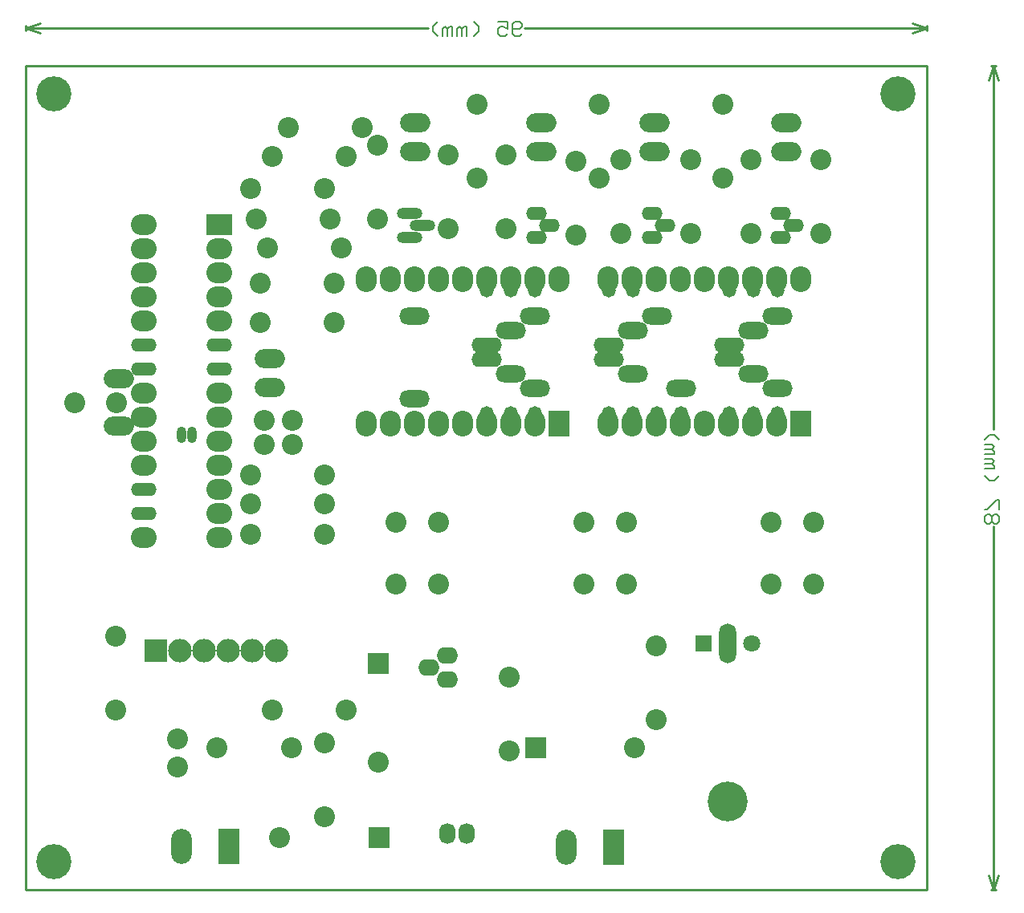
<source format=gbs>
%FSLAX25Y25*%
%MOIN*%
G70*
G01*
G75*
G04 Layer_Color=16711935*
%ADD10C,0.03937*%
%ADD11C,0.01969*%
%ADD12C,0.01000*%
%ADD13C,0.00600*%
%ADD14O,0.03150X0.05906*%
%ADD15C,0.15748*%
%ADD16R,0.06299X0.06299*%
%ADD17O,0.06299X0.15748*%
%ADD18C,0.06299*%
%ADD19O,0.07874X0.04724*%
%ADD20O,0.09843X0.03937*%
%ADD21C,0.07874*%
%ADD22O,0.11811X0.07087*%
%ADD23R,0.09843X0.07874*%
%ADD24O,0.09843X0.07874*%
%ADD25O,0.09843X0.04724*%
%ADD26R,0.07874X0.09843*%
%ADD27O,0.07874X0.09843*%
%ADD28R,0.07874X0.13780*%
%ADD29O,0.07874X0.13780*%
%ADD30O,0.05906X0.07874*%
%ADD31R,0.07874X0.07874*%
%ADD32C,0.09000*%
%ADD33R,0.09000X0.09000*%
%ADD34C,0.13780*%
%ADD35O,0.11811X0.06299*%
%ADD36O,0.11811X0.05512*%
%ADD37R,0.07874X0.07874*%
%ADD38O,0.08000X0.06000*%
%ADD39C,0.05000*%
%ADD40C,0.07874*%
%ADD41C,0.01181*%
%ADD42R,0.11535X0.39449*%
%ADD43R,0.11024X0.38976*%
%ADD44R,0.11811X0.29606*%
%ADD45R,0.05906X0.04331*%
%ADD46R,0.28740X0.40158*%
%ADD47R,0.18110X0.31890*%
%ADD48C,0.00787*%
%ADD49C,0.04000*%
%ADD50C,0.00591*%
%ADD51C,0.01575*%
%ADD52C,0.00800*%
%ADD53R,0.05906X0.15748*%
%ADD54R,0.09547X0.02756*%
%ADD55R,0.08000X0.08000*%
%ADD56R,0.10630X0.02732*%
%ADD57R,0.11024X0.03150*%
%ADD58R,0.10000X0.01457*%
%ADD59R,0.01535X0.06890*%
%ADD60R,0.01575X0.08740*%
%ADD61R,0.03150X0.11024*%
%ADD62O,0.03950X0.06706*%
%ADD63C,0.16548*%
%ADD64R,0.07099X0.07099*%
%ADD65O,0.07099X0.16548*%
%ADD66C,0.07099*%
%ADD67O,0.08674X0.05524*%
%ADD68O,0.10642X0.04737*%
%ADD69C,0.08674*%
%ADD70O,0.12611X0.07887*%
%ADD71R,0.10642X0.08674*%
%ADD72O,0.10642X0.08674*%
%ADD73O,0.10642X0.05524*%
%ADD74R,0.08674X0.10642*%
%ADD75O,0.08674X0.10642*%
%ADD76R,0.08674X0.14579*%
%ADD77O,0.08674X0.14579*%
%ADD78O,0.06706X0.08674*%
%ADD79R,0.08674X0.08674*%
%ADD80C,0.09800*%
%ADD81R,0.09800X0.09800*%
%ADD82C,0.14579*%
%ADD83O,0.12611X0.07099*%
%ADD84O,0.12611X0.06312*%
%ADD85R,0.08674X0.08674*%
%ADD86O,0.08800X0.06800*%
%ADD87C,0.05800*%
D12*
X196214Y488189D02*
G03*
X196214Y488189I5512J0D01*
G01*
X545626Y169291D02*
G03*
X545626Y169291I6493J0D01*
G01*
X195033D02*
G03*
X195033Y169291I6693J0D01*
G01*
X546109Y488189D02*
G03*
X546109Y488189I6010J0D01*
G01*
X592489Y500000D02*
X590489D01*
X592489Y157480D02*
X590489D01*
X591489Y500000D02*
X589489Y494000D01*
X593489D02*
X591489Y500000D01*
Y157480D02*
X589489Y163480D01*
X593489D02*
X591489Y157480D01*
Y348834D02*
Y500000D01*
Y157480D02*
Y308646D01*
X189914Y514748D02*
Y516748D01*
X563930Y514748D02*
Y516748D01*
X195914Y513748D02*
X189914Y515748D01*
X195914Y517748D02*
X189914Y515748D01*
X563930D02*
X557930Y513748D01*
X563930Y515748D02*
X557930Y517748D01*
X356828Y515748D02*
X189914D01*
X563930D02*
X397016D01*
X189914Y263779D02*
Y279528D01*
Y157480D02*
Y263779D01*
X563930Y157480D02*
X189914D01*
X563930Y157480D02*
X563930Y157480D01*
X563930Y157480D02*
Y279528D01*
Y500000D01*
X189914Y279527D02*
Y500000D01*
X563930Y500000D02*
X189914Y500000D01*
D13*
X592888Y309646D02*
X593888Y310646D01*
Y312645D01*
X592888Y313645D01*
X591889D01*
X590889Y312645D01*
X589889Y313645D01*
X588890D01*
X587890Y312645D01*
Y310646D01*
X588890Y309646D01*
X589889D01*
X590889Y310646D01*
X591889Y309646D01*
X592888D01*
X590889Y310646D02*
Y312645D01*
X593888Y315644D02*
Y319643D01*
X592888D01*
X588890Y315644D01*
X587890D01*
Y329640D02*
X589889Y327640D01*
X591889D01*
X593888Y329640D01*
X587890Y332639D02*
X591889D01*
Y333638D01*
X590889Y334638D01*
X587890D01*
X590889D01*
X591889Y335638D01*
X590889Y336637D01*
X587890D01*
Y338637D02*
X591889D01*
Y339636D01*
X590889Y340636D01*
X587890D01*
X590889D01*
X591889Y341636D01*
X590889Y342635D01*
X587890D01*
Y344635D02*
X589889Y346634D01*
X591889D01*
X593888Y344635D01*
X396016Y513149D02*
X395017Y512149D01*
X393017D01*
X392018Y513149D01*
Y517147D01*
X393017Y518147D01*
X395017D01*
X396016Y517147D01*
Y516148D01*
X395017Y515148D01*
X392018D01*
X386019Y518147D02*
X390018D01*
Y515148D01*
X388019Y516148D01*
X387019D01*
X386019Y515148D01*
Y513149D01*
X387019Y512149D01*
X389019D01*
X390018Y513149D01*
X376023Y512149D02*
X378022Y514148D01*
Y516148D01*
X376023Y518147D01*
X373024Y512149D02*
Y516148D01*
X372024D01*
X371024Y515148D01*
Y512149D01*
Y515148D01*
X370025Y516148D01*
X369025Y515148D01*
Y512149D01*
X367026D02*
Y516148D01*
X366026D01*
X365026Y515148D01*
Y512149D01*
Y515148D01*
X364027Y516148D01*
X363027Y515148D01*
Y512149D01*
X361028D02*
X359028Y514148D01*
Y516148D01*
X361028Y518147D01*
D62*
X254481Y346457D02*
D03*
X258811D02*
D03*
D63*
X481353Y194243D02*
D03*
D64*
X471253Y259842D02*
D03*
D65*
X481253D02*
D03*
D66*
X491253D02*
D03*
D67*
X503343Y438500D02*
D03*
X508698Y433500D02*
D03*
X503343Y428500D02*
D03*
X449844Y438500D02*
D03*
X455198Y433500D02*
D03*
X449844Y428500D02*
D03*
X401844Y438500D02*
D03*
X407198Y433500D02*
D03*
X401844Y428500D02*
D03*
D68*
X349343D02*
D03*
X354698Y433500D02*
D03*
X349343Y438500D02*
D03*
D69*
X519843Y461000D02*
D03*
Y430291D02*
D03*
X465843Y461000D02*
D03*
Y430291D02*
D03*
X490843D02*
D03*
Y461000D02*
D03*
X436843Y430291D02*
D03*
Y461000D02*
D03*
X418343Y460209D02*
D03*
Y429500D02*
D03*
X365343Y463000D02*
D03*
Y432291D02*
D03*
X389344D02*
D03*
Y463000D02*
D03*
X335977Y436221D02*
D03*
Y466929D02*
D03*
X283135Y330000D02*
D03*
X313843D02*
D03*
X283221Y448819D02*
D03*
X313930D02*
D03*
X283221Y305118D02*
D03*
X313930D02*
D03*
X283135Y318000D02*
D03*
X313843D02*
D03*
X290308Y424409D02*
D03*
X321017D02*
D03*
X285584Y436221D02*
D03*
X316292D02*
D03*
X322985Y462205D02*
D03*
X292277D02*
D03*
X298970Y474409D02*
D03*
X329678D02*
D03*
X377344Y484000D02*
D03*
Y453291D02*
D03*
X427844Y484000D02*
D03*
Y453291D02*
D03*
X479344Y484000D02*
D03*
Y453291D02*
D03*
X336371Y210512D02*
D03*
X451725Y228346D02*
D03*
Y259055D02*
D03*
X516962Y310157D02*
D03*
Y284567D02*
D03*
X499245D02*
D03*
Y310157D02*
D03*
X361450D02*
D03*
Y284567D02*
D03*
X343733D02*
D03*
Y310157D02*
D03*
X439206D02*
D03*
Y284567D02*
D03*
X421489D02*
D03*
Y310157D02*
D03*
X288833Y352559D02*
D03*
X300643D02*
D03*
X288833Y342717D02*
D03*
X300643D02*
D03*
X317867Y393307D02*
D03*
X287158D02*
D03*
X317867Y409449D02*
D03*
X287158D02*
D03*
X322985Y232283D02*
D03*
X292277D02*
D03*
X390702Y215354D02*
D03*
Y246063D02*
D03*
X227316Y262992D02*
D03*
Y232283D02*
D03*
X253103Y208465D02*
D03*
Y220276D02*
D03*
X442788Y216535D02*
D03*
X269442D02*
D03*
X300151D02*
D03*
X313930Y187795D02*
D03*
Y218504D02*
D03*
X295308Y179134D02*
D03*
X227710Y359842D02*
D03*
X210387D02*
D03*
D70*
X505521Y476134D02*
D03*
Y464323D02*
D03*
X451021Y476134D02*
D03*
Y464323D02*
D03*
X404021Y476134D02*
D03*
Y464323D02*
D03*
X351521Y476134D02*
D03*
Y464323D02*
D03*
X228549Y350280D02*
D03*
Y369965D02*
D03*
X291166Y366366D02*
D03*
Y378177D02*
D03*
D71*
X270343Y434000D02*
D03*
D72*
X270343Y424000D02*
D03*
X270343Y414000D02*
D03*
Y404000D02*
D03*
X270343Y394000D02*
D03*
X270343Y364000D02*
D03*
Y354000D02*
D03*
Y344000D02*
D03*
X270343Y334000D02*
D03*
Y324000D02*
D03*
X270343Y314000D02*
D03*
Y304000D02*
D03*
X239093Y434000D02*
D03*
Y424000D02*
D03*
Y414000D02*
D03*
Y404000D02*
D03*
Y394000D02*
D03*
Y364000D02*
D03*
X239093Y354000D02*
D03*
X239093Y344000D02*
D03*
X239093Y334000D02*
D03*
X239093Y304000D02*
D03*
D73*
X270343Y384000D02*
D03*
X270343Y374000D02*
D03*
X239093Y384000D02*
D03*
Y374000D02*
D03*
Y324000D02*
D03*
X239093Y314000D02*
D03*
D74*
X511792Y351346D02*
D03*
X411399D02*
D03*
D75*
X501792D02*
D03*
X491792D02*
D03*
X481792Y351346D02*
D03*
X471792Y351346D02*
D03*
X461792Y351346D02*
D03*
X451792Y351346D02*
D03*
X441792Y351346D02*
D03*
X431792Y351346D02*
D03*
X511792Y411386D02*
D03*
X501792Y411386D02*
D03*
X491792Y411386D02*
D03*
X481792Y411386D02*
D03*
X471792Y411386D02*
D03*
X461792D02*
D03*
X451792Y411386D02*
D03*
X441792Y411386D02*
D03*
X431792D02*
D03*
X401399Y351346D02*
D03*
X391399D02*
D03*
X381399Y351346D02*
D03*
X371399Y351346D02*
D03*
X361399Y351346D02*
D03*
X351399Y351346D02*
D03*
X341399Y351346D02*
D03*
X331399Y351346D02*
D03*
X411399Y411386D02*
D03*
X401399Y411386D02*
D03*
X391399Y411386D02*
D03*
X381399Y411386D02*
D03*
X371399Y411386D02*
D03*
X361399D02*
D03*
X351399Y411386D02*
D03*
X341399Y411386D02*
D03*
X331399D02*
D03*
D76*
X274166Y175591D02*
D03*
X434009Y175197D02*
D03*
D77*
X254481Y175591D02*
D03*
X414324Y175197D02*
D03*
D78*
X372985Y181102D02*
D03*
X365111D02*
D03*
D79*
X336371Y251693D02*
D03*
D80*
X293969Y256850D02*
D03*
X283969D02*
D03*
X273970D02*
D03*
X263969D02*
D03*
X253970D02*
D03*
D81*
X243969D02*
D03*
D82*
X201725Y169291D02*
D03*
Y488189D02*
D03*
X552119D02*
D03*
Y169291D02*
D03*
D83*
X501844Y396000D02*
D03*
X491844Y390000D02*
D03*
Y372000D02*
D03*
X501844Y366000D02*
D03*
X461843D02*
D03*
X441844Y372000D02*
D03*
Y390000D02*
D03*
X451844Y396000D02*
D03*
X401343D02*
D03*
X391343Y390000D02*
D03*
Y372000D02*
D03*
X401343Y366000D02*
D03*
X351343Y396000D02*
D03*
Y361500D02*
D03*
D84*
X481844Y384000D02*
D03*
Y378000D02*
D03*
X431844D02*
D03*
Y384000D02*
D03*
X381344Y378000D02*
D03*
Y384000D02*
D03*
D85*
X401607Y216535D02*
D03*
X336489Y179134D02*
D03*
D86*
X365111Y245000D02*
D03*
X357237Y250000D02*
D03*
X365111Y255000D02*
D03*
D87*
X501844Y406500D02*
D03*
X491844D02*
D03*
X481844D02*
D03*
X441844D02*
D03*
X431844D02*
D03*
X401343D02*
D03*
X391343D02*
D03*
X381344D02*
D03*
Y355500D02*
D03*
X391343D02*
D03*
X401343D02*
D03*
X431844D02*
D03*
X441844D02*
D03*
X451844D02*
D03*
X461843D02*
D03*
X481844D02*
D03*
X491844D02*
D03*
X501844D02*
D03*
M02*

</source>
